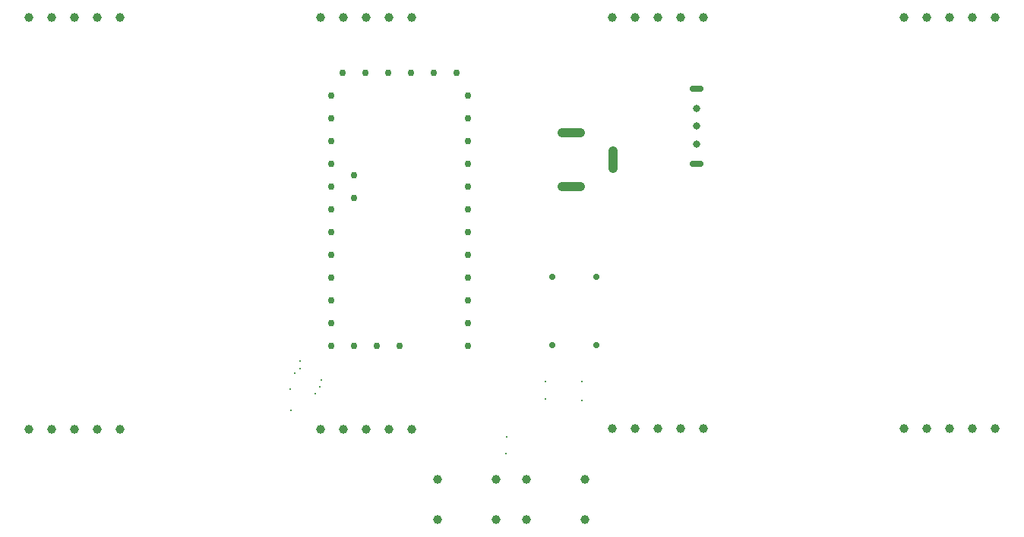
<source format=gbr>
%TF.GenerationSoftware,KiCad,Pcbnew,9.0.5*%
%TF.CreationDate,2025-11-01T23:40:48+06:00*%
%TF.ProjectId,led_matrix_array,6c65645f-6d61-4747-9269-785f61727261,1.0*%
%TF.SameCoordinates,Original*%
%TF.FileFunction,Plated,1,2,PTH,Mixed*%
%TF.FilePolarity,Positive*%
%FSLAX46Y46*%
G04 Gerber Fmt 4.6, Leading zero omitted, Abs format (unit mm)*
G04 Created by KiCad (PCBNEW 9.0.5) date 2025-11-01 23:40:48*
%MOMM*%
%LPD*%
G01*
G04 APERTURE LIST*
%TA.AperFunction,ViaDrill*%
%ADD10C,0.300000*%
%TD*%
%TA.AperFunction,ComponentDrill*%
%ADD11C,0.700000*%
%TD*%
G04 aperture for slot hole*
%TA.AperFunction,ComponentDrill*%
%ADD12C,0.700000*%
%TD*%
%TA.AperFunction,ComponentDrill*%
%ADD13C,0.762000*%
%TD*%
%TA.AperFunction,ComponentDrill*%
%ADD14C,0.800000*%
%TD*%
%TA.AperFunction,ComponentDrill*%
%ADD15C,1.000000*%
%TD*%
G04 aperture for slot hole*
%TA.AperFunction,ComponentDrill*%
%ADD16C,1.000000*%
%TD*%
G04 APERTURE END LIST*
D10*
X116586000Y-113284000D03*
X116668867Y-115652867D03*
X117094000Y-111506000D03*
X117659687Y-110940313D03*
X117662059Y-110094155D03*
X119380000Y-113792000D03*
X119888000Y-113030000D03*
X120070614Y-112251120D03*
X140672735Y-120439265D03*
X140716000Y-118618000D03*
X145034000Y-112390000D03*
X145034000Y-114392000D03*
X149098000Y-112390000D03*
X149098000Y-114554000D03*
D11*
%TO.C,R1*%
X145811974Y-100701974D03*
X145811974Y-108321974D03*
%TO.C,R2*%
X150739974Y-100701974D03*
X150739974Y-108321974D03*
D12*
%TO.C,S3*%
X162306256Y-79705188D02*
X161506256Y-79705188D01*
X162306256Y-88105188D02*
X161506256Y-88105188D01*
D13*
%TO.C,U1*%
X121158000Y-80518000D03*
X121158000Y-83058000D03*
X121158000Y-85598000D03*
X121158000Y-88138000D03*
X121158000Y-90678000D03*
X121158000Y-93218000D03*
X121158000Y-95758000D03*
X121158000Y-98298000D03*
X121158000Y-100838000D03*
X121158000Y-103378000D03*
X121158000Y-105918000D03*
X121158000Y-108458000D03*
X122428000Y-77978000D03*
X123698000Y-89408000D03*
X123698000Y-91948000D03*
X123698000Y-108458000D03*
X124968000Y-77978000D03*
X126238000Y-108458000D03*
X127508000Y-77978000D03*
X128778000Y-108458000D03*
X130048000Y-77978000D03*
X132588000Y-77978000D03*
X135128000Y-77978000D03*
X136398000Y-80518000D03*
X136398000Y-83058000D03*
X136398000Y-85598000D03*
X136398000Y-88138000D03*
X136398000Y-90678000D03*
X136398000Y-93218000D03*
X136398000Y-95758000D03*
X136398000Y-98298000D03*
X136398000Y-100838000D03*
X136398000Y-103378000D03*
X136398000Y-105918000D03*
X136398000Y-108458000D03*
D14*
%TO.C,S3*%
X161906256Y-81905188D03*
X161906256Y-83905188D03*
X161906256Y-85905188D03*
D15*
%TO.C,J2*%
X87475997Y-117716941D03*
%TO.C,J3*%
X87489544Y-71745974D03*
%TO.C,J2*%
X90015997Y-117716941D03*
%TO.C,J3*%
X90029544Y-71745974D03*
%TO.C,J2*%
X92555997Y-117716941D03*
%TO.C,J3*%
X92569544Y-71745974D03*
%TO.C,J2*%
X95095997Y-117716941D03*
%TO.C,J3*%
X95109544Y-71745974D03*
%TO.C,J2*%
X97635997Y-117716941D03*
%TO.C,J3*%
X97649544Y-71745974D03*
%TO.C,J5*%
X119993552Y-71745974D03*
%TO.C,J4*%
X119993552Y-117719973D03*
%TO.C,J5*%
X122533552Y-71745974D03*
%TO.C,J4*%
X122533552Y-117719973D03*
%TO.C,J5*%
X125073552Y-71745974D03*
%TO.C,J4*%
X125073552Y-117719973D03*
%TO.C,J5*%
X127613552Y-71745974D03*
%TO.C,J4*%
X127613552Y-117719973D03*
%TO.C,J5*%
X130153552Y-71745974D03*
%TO.C,J4*%
X130153552Y-117719973D03*
%TO.C,S1*%
X133058876Y-123347253D03*
X133058876Y-127847253D03*
X139558876Y-123347253D03*
X139558876Y-127847253D03*
%TO.C,S2*%
X142952363Y-123318450D03*
X142952363Y-127818450D03*
D16*
%TO.C,J1*%
X146907318Y-84647556D02*
X148907318Y-84647556D01*
X146907318Y-90647556D02*
X148907318Y-90647556D01*
D15*
%TO.C,S2*%
X149452363Y-123318450D03*
X149452363Y-127818450D03*
%TO.C,J7*%
X152503591Y-71745974D03*
%TO.C,J6*%
X152503591Y-117676827D03*
D16*
%TO.C,J1*%
X152607318Y-88647556D02*
X152607318Y-86647556D01*
D15*
%TO.C,J7*%
X155043591Y-71745974D03*
%TO.C,J6*%
X155043591Y-117676827D03*
%TO.C,J7*%
X157583591Y-71745974D03*
%TO.C,J6*%
X157583591Y-117676827D03*
%TO.C,J7*%
X160123591Y-71745974D03*
%TO.C,J6*%
X160123591Y-117676827D03*
%TO.C,J7*%
X162663591Y-71745974D03*
%TO.C,J6*%
X162663591Y-117676827D03*
%TO.C,J9*%
X185014332Y-71745974D03*
%TO.C,J8*%
X185014332Y-117704332D03*
%TO.C,J9*%
X187554332Y-71745974D03*
%TO.C,J8*%
X187554332Y-117704332D03*
%TO.C,J9*%
X190094332Y-71745974D03*
%TO.C,J8*%
X190094332Y-117704332D03*
%TO.C,J9*%
X192634332Y-71745974D03*
%TO.C,J8*%
X192634332Y-117704332D03*
%TO.C,J9*%
X195174332Y-71745974D03*
%TO.C,J8*%
X195174332Y-117704332D03*
M02*

</source>
